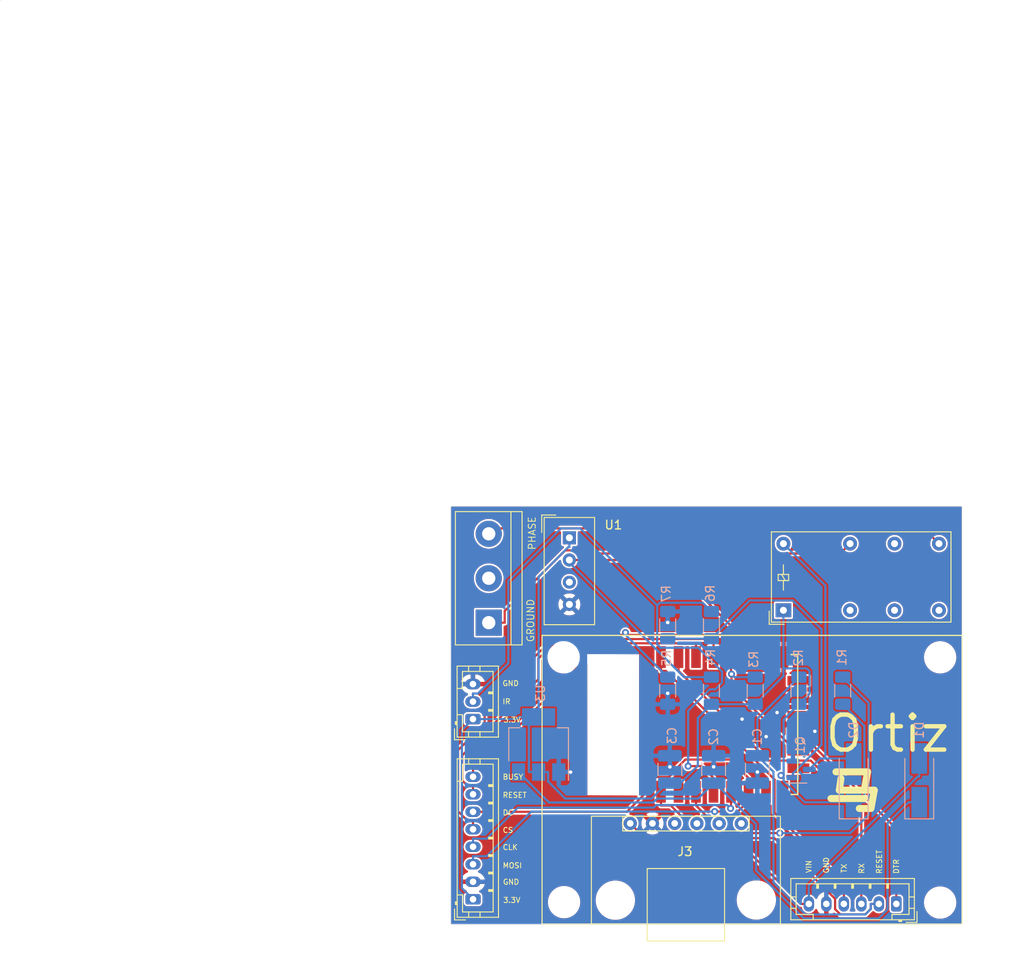
<source format=kicad_pcb>
(kicad_pcb (version 20221018) (generator pcbnew)
  (title_block (title "AC Controller") (date "2022-09-05") (rev "V1.0.0") (company "Pablo Ortiz"))
  (layers (0 "F.Cu" signal) (31 "B.Cu" signal) (34 "B.Paste" user) (35 "F.Paste" user) (36 "B.SilkS" user "B.Silkscreen") (37 "F.SilkS" user "F.Silkscreen") (38 "B.Mask" user) (39 "F.Mask" user) (44 "Edge.Cuts" user))
  (net 0 "")
  (net 1 "+3.3V")
  (net 2 "/GPIO12")
  (net 3 "GND")
  (net 4 "Net-(D2-A)")
  (net 5 "/REST")
  (net 6 "/GPIO0")
  (net 9 "Net-(Q1-B)")
  (net 15 "+5V")
  (net 16 "VBUS")
  (net 17 "/GPIO4")
  (net 18 "/GPIO5")
  (net 19 "/TX")
  (net 20 "/RX")
  (net 21 "/GPIO15")
  (net 22 "/GPIO2")
  (net 23 "/EN")
  (net 24 "/ADC")
  (net 25 "/GPIO16")
  (net 26 "/GPIO14")
  (net 27 "/GPIO13")
  (net 31 "Earth")
  (net 33 "AC")
  (footprint "Custom:1.54in" (layer "F.Cu") (at 126.8 115.3564)
    (fp_text reference "E-Ink Screen" hide)
    (fp_text value "1.54in")
    (pad "" np_thru_hole circle (at -21.4408 -14.6708) (size 3.2 3.2) (drill 3.2) (layers "F&B.Cu" "*.Mask"))
    (pad "" np_thru_hole circle (at -21.39 13.32) (size 3.2 3.2) (drill 3.2) (layers "F&B.Cu" "*.Mask"))
    (pad "" np_thru_hole circle (at 21.5868 -14.6708) (size 3.2 3.2) (drill 3.2) (layers "F&B.Cu" "*.Mask"))
    (pad "" np_thru_hole circle (at 21.5868 13.3708) (size 3.2 3.2) (drill 3.2) (layers "F&B.Cu" "*.Mask"))
  )
  (footprint "Relay_THT:Relay_DPDT_Finder_30.22" (layer "F.Cu") (at 130.4725 95.3075)
    (fp_text reference "K1" hide)
    (fp_text value "FINDER-30.22" hide)
    (pad "11" thru_hole circle (at 7.62 0 90) (size 1.6 1.6) (drill 0.8) (layers "*.Cu" "*.Mask"))
    (pad "12" thru_hole circle (at 12.7 0 90) (size 1.6 1.6) (drill 0.8) (layers "*.Cu" "*.Mask"))
    (pad "14" thru_hole circle (at 17.78 0 90) (size 1.6 1.6) (drill 0.8) (layers "*.Cu" "*.Mask"))
    (pad "21" thru_hole circle (at 7.62 -7.62 90) (size 1.6 1.6) (drill 0.8) (layers "*.Cu" "*.Mask") (net 31 "Earth"))
    (pad "22" thru_hole circle (at 12.7 -7.62 90) (size 1.6 1.6) (drill 0.8) (layers "*.Cu" "*.Mask"))
    (pad "24" thru_hole circle (at 17.78 -7.62 180) (size 1.6 1.6) (drill 0.8) (layers "*.Cu" "*.Mask") (net 33 "AC"))
    (pad "A1" thru_hole rect (at 0 0 90) (size 1.6 1.8) (drill 0.8) (layers "*.Cu" "*.Mask") (net 1 "+3.3V"))
    (pad "A2" thru_hole circle (at 0 -7.62 90) (size 1.6 1.6) (drill 0.8) (layers "*.Cu" "*.Mask") (net 4 "Net-(D2-A)"))
  )
  (footprint "AA_Footprints:ESP-12E_SMD" (layer "F.Cu") (at 116.4863 115.3564 90)
    (fp_text reference "U2" hide)
    (fp_text value "ESP-12F" hide)
    (pad "1" smd rect (at 0 0 90) (size 2.5 1.1) (drill (offset -0.7 0)) (layers "F.Cu" "F.Paste" "F.Mask") (net 5 "/REST"))
    (pad "2" smd rect (at 0 2 90) (size 2.5 1.1) (drill (offset -0.7 0)) (layers "F.Cu" "F.Paste" "F.Mask") (net 24 "/ADC"))
    (pad "3" smd rect (at 0 4 90) (size 2.5 1.1) (drill (offset -0.7 0)) (layers "F.Cu" "F.Paste" "F.Mask") (net 23 "/EN"))
    (pad "4" smd rect (at 0 6 90) (size 2.5 1.1) (drill (offset -0.7 0)) (layers "F.Cu" "F.Paste" "F.Mask") (net 25 "/GPIO16"))
    (pad "5" smd rect (at 0 8 90) (size 2.5 1.1) (drill (offset -0.7 0)) (layers "F.Cu" "F.Paste" "F.Mask") (net 26 "/GPIO14"))
    (pad "6" smd rect (at 0 10 90) (size 2.5 1.1) (drill (offset -0.7 0)) (layers "F.Cu" "F.Paste" "F.Mask") (net 2 "/GPIO12"))
    (pad "7" smd rect (at 0 12 90) (size 2.5 1.1) (drill (offset -0.7 0)) (layers "F.Cu" "F.Paste" "F.Mask") (net 27 "/GPIO13"))
    (pad "8" smd rect (at 0 14 90) (size 2.5 1.1) (drill (offset -0.7 0)) (layers "F.Cu" "F.Paste" "F.Mask") (net 1 "+3.3V"))
    (pad "9" smd rect (at 14 14 90) (size 2.5 1.1) (drill (offset 0.7 0)) (layers "F.Cu" "F.Paste" "F.Mask") (net 3 "GND"))
    (pad "10" smd rect (at 14 12 90) (size 2.5 1.1) (drill (offset 0.7 0)) (layers "F.Cu" "F.Paste" "F.Mask") (net 21 "/GPIO15"))
    (pad "11" smd rect (at 14 10 90) (size 2.5 1.1) (drill (offset 0.7 0)) (layers "F.Cu" "F.Paste" "F.Mask") (net 22 "/GPIO2"))
    (pad "12" smd rect (at 14 8 90) (size 2.5 1.1) (drill (offset 0.7 0)) (layers "F.Cu" "F.Paste" "F.Mask") (net 6 "/GPIO0"))
    (pad "13" smd rect (at 14 6 90) (size 2.5 1.1) (drill (offset 0.7 0)) (layers "F.Cu" "F.Paste" "F.Mask") (net 17 "/GPIO4"))
    (pad "14" smd rect (at 14 4 90) (size 2.5 1.1) (drill (offset 0.7 0)) (layers "F.Cu" "F.Paste" "F.Mask") (net 18 "/GPIO5"))
    (pad "15" smd rect (at 14 2 90) (size 2.5 1.1) (drill (offset 0.7 0)) (layers "F.Cu" "F.Paste" "F.Mask") (net 20 "/RX"))
    (pad "16" smd rect (at 14 0 90) (size 2.5 1.1) (drill (offset 0.7 0)) (layers "F.Cu" "F.Paste" "F.Mask") (net 19 "/TX"))
    (pad "17" smd rect (at 1.99 15 180) (size 2.5 1.1) (drill (offset -0.7 0)) (layers "F.Cu" "F.Paste" "F.Mask"))
    (pad "18" smd rect (at 3.99 15 180) (size 2.5 1.1) (drill (offset -0.7 0)) (layers "F.Cu" "F.Paste" "F.Mask"))
    (pad "19" smd rect (at 5.99 15 180) (size 2.5 1.1) (drill (offset -0.7 0)) (layers "F.Cu" "F.Paste" "F.Mask"))
    (pad "20" smd rect (at 7.99 15 180) (size 2.5 1.1) (drill (offset -0.7 0)) (layers "F.Cu" "F.Paste" "F.Mask"))
    (pad "21" smd rect (at 9.99 15 180) (size 2.5 1.1) (drill (offset -0.7 0)) (layers "F.Cu" "F.Paste" "F.Mask"))
    (pad "22" smd rect (at 11.99 15 180) (size 2.5 1.1) (drill (offset -0.7 0)) (layers "F.Cu" "F.Paste" "F.Mask"))
  )
  (footprint "Custom:USB-C Breakout" (layer "F.Cu") (at 122.9092 125.744 90)
    (fp_text reference "J3" (at 2.8448 -3.6824 unlocked) (layer "F.SilkS"))
    (fp_text value "UCB-C Breakout" hide)
    (pad "" np_thru_hole circle (at -2.71 -11.64 90) (size 4 4) (drill 4) (layers "*.Mask" "F.Cu" "In1.Cu" "B.Cu"))
    (pad "" np_thru_hole circle (at -2.69 4.47 90) (size 4 4) (drill 4) (layers "*.Mask" "F.Cu" "In1.Cu" "B.Cu"))
    (pad "1" thru_hole circle (at 6.06 2.76 90) (size 1.524 1.524) (drill 0.762) (layers "*.Cu" "*.Mask"))
    (pad "2" thru_hole circle (at 6.06 0.22 90) (size 1.524 1.524) (drill 0.762) (layers "*.Cu" "*.Mask"))
    (pad "3" thru_hole circle (at 6.06 -2.32 90) (size 1.524 1.524) (drill 0.762) (layers "*.Cu" "*.Mask"))
    (pad "4" thru_hole circle (at 6.07 -4.86 90) (size 1.524 1.524) (drill 0.762) (layers "*.Cu" "*.Mask"))
    (pad "5" thru_hole circle (at 6.07 -7.4 90) (size 1.524 1.524) (drill 0.762) (layers "*.Cu" "*.Mask") (net 3 "GND"))
    (pad "6" thru_hole circle (at 6.07 -9.94 90) (size 1.524 1.524) (drill 0.762) (layers "*.Cu" "*.Mask") (net 16 "VBUS"))
  )
  (footprint "TerminalBlock:TerminalBlock_bornier-3_P5.08mm" (layer "F.Cu") (at 96.7994 96.7232 90)
    (fp_text reference "J5" hide)
    (fp_text value "Heater Phase")
    (fp_text user "GROUND" (at -2.2768 5.2506 90 unlocked) (layer "F.SilkS") (effects (font (size 0.8 0.8) (thickness 0.1)) (justify left bottom)))
    (fp_text user "PHASE" (at 8.26 5.42 90 unlocked) (layer "F.SilkS") (effects (font (size 0.8 0.8) (thickness 0.1)) (justify left bottom)))
    (pad "1" thru_hole rect (at 0 0 90) (size 3 3) (drill 1.52) (layers "*.Cu" "*.Mask") (net 31 "Earth"))
    (pad "2" thru_hole circle (at 5.08 0 90) (size 3 3) (drill 1.52) (layers "*.Cu" "*.Mask"))
    (pad "3" thru_hole circle (at 10.16 0 90) (size 3 3) (drill 1.52) (layers "*.Cu" "*.Mask") (net 33 "AC"))
  )
  (footprint "Connector_JST:JST_PH_B8B-PH-K_1x08_P2.00mm_Vertical" (layer "F.Cu") (at 95.0048 128.3462 90)
    (fp_text reference "J1" hide)
    (fp_text value "E-Paper")
    (fp_text user "DC" (at 9.5504 3.344 unlocked) (layer "F.SilkS") (effects (font (size 0.6 0.6) (thickness 0.1)) (justify left bottom)))
    (fp_text user "MOSI" (at 3.5052 3.344 unlocked) (layer "F.SilkS") (effects (font (size 0.6 0.6) (thickness 0.1)) (justify left bottom)))
    (fp_text user "CS" (at 7.5438 3.344 unlocked) (layer "F.SilkS") (effects (font (size 0.6 0.6) (thickness 0.1)) (justify left bottom)))
    (fp_text user "3.3V" (at -0.4572 3.3948 unlocked) (layer "F.SilkS") (effects (font (size 0.6 0.6) (thickness 0.1)) (justify left bottom)))
    (fp_text user "RESET\n" (at 11.557 3.344 unlocked) (layer "F.SilkS") (effects (font (size 0.6 0.6) (thickness 0.1)) (justify left bottom)))
    (fp_text user "GND" (at 1.6256 3.3694 unlocked) (layer "F.SilkS") (effects (font (size 0.6 0.6) (thickness 0.1)) (justify left bottom)))
    (fp_text user "BUSY\n" (at 13.6398 3.344 unlocked) (layer "F.SilkS") (effects (font (size 0.6 0.6) (thickness 0.1)) (justify left bottom)))
    (fp_text user "CLK" (at 5.588 3.344 unlocked) (layer "F.SilkS") (effects (font (size 0.6 0.6) (thickness 0.1)) (justify left bottom)))
    (pad "1" thru_hole roundrect (at 0 0 90) (size 1.2 1.75) (drill 0.75) (layers "*.Cu" "*.Mask") (roundrect_rratio 0.2083333333) (net 1 "+3.3V"))
    (pad "2" thru_hole oval (at 2 0 90) (size 1.2 1.75) (drill 0.75) (layers "*.Cu" "*.Mask") (net 3 "GND"))
    (pad "3" thru_hole oval (at 4 0 90) (size 1.2 1.75) (drill 0.75) (layers "*.Cu" "*.Mask") (net 27 "/GPIO13"))
    (pad "4" thru_hole oval (at 6 0 90) (size 1.2 1.75) (drill 0.75) (layers "*.Cu" "*.Mask") (net 26 "/GPIO14"))
    (pad "5" thru_hole oval (at 8 0 90) (size 1.2 1.75) (drill 0.75) (layers "*.Cu" "*.Mask") (net 21 "/GPIO15"))
    (pad "6" thru_hole oval (at 10 0 90) (size 1.2 1.75) (drill 0.75) (layers "*.Cu" "*.Mask") (net 2 "/GPIO12"))
    (pad "7" thru_hole oval (at 12 0 90) (size 1.2 1.75) (drill 0.75) (layers "*.Cu" "*.Mask") (net 17 "/GPIO4"))
    (pad "8" thru_hole oval (at 14 0 90) (size 1.2 1.75) (drill 0.75) (layers "*.Cu" "*.Mask") (net 18 "/GPIO5"))
  )
  (footprint "Connector_JST:JST_PH_B6B-PH-K_1x06_P2.00mm_Vertical" (layer "F.Cu") (at 143.3792 128.8796 180)
    (fp_text reference "J4" hide)
    (fp_text value "Serial Terminals" hide)
    (fp_text user "DTR" (at -0.348 3.3898 90 unlocked) (layer "F.SilkS") (effects (font (size 0.6 0.6) (thickness 0.1)) (justify left bottom)))
    (fp_text user "TX" (at 5.622 3.4798 90 unlocked) (layer "F.SilkS") (effects (font (size 0.6 0.6) (thickness 0.1)) (justify left bottom)))
    (fp_text user "RESET" (at 1.602 3.3898 90 unlocked) (layer "F.SilkS") (effects (font (size 0.6 0.6) (thickness 0.1)) (justify left bottom)))
    (fp_text user "GND" (at 7.652 3.4398 90 unlocked) (layer "F.SilkS") (effects (font (size 0.6 0.6) (thickness 0.1)) (justify left bottom)))
    (fp_text user "RX" (at 3.612 3.3998 90 unlocked) (layer "F.SilkS") (effects (font (size 0.6 0.6) (thickness 0.1)) (justify left bottom)))
    (fp_text user "VIN" (at 9.652 3.4798 90 unlocked) (layer "F.SilkS") (effects (font (size 0.6 0.6) (thickness 0.1)) (justify left bottom)))
    (pad "1" thru_hole roundrect (at 0 0 180) (size 1.2 1.75) (drill 0.75) (layers "*.Cu" "*.Mask") (roundrect_rratio 0.2083333333) (net 6 "/GPIO0"))
    (pad "2" thru_hole oval (at 2 0 180) (size 1.2 1.75) (drill 0.75) (layers "*.Cu" "*.Mask") (net 5 "/REST"))
    (pad "3" thru_hole oval (at 4 0 180) (size 1.2 1.75) (drill 0.75) (layers "*.Cu" "*.Mask") (net 20 "/RX"))
    (pad "4" thru_hole oval (at 6 0 180) (size 1.2 1.75) (drill 0.75) (layers "*.Cu" "*.Mask") (net 19 "/TX"))
    (pad "5" thru_hole oval (at 8 0 180) (size 1.2 1.75) (drill 0.75) (layers "*.Cu" "*.Mask") (net 3 "GND"))
    (pad "6" thru_hole oval (at 10 0 180) (size 1.2 1.75) (drill 0.75) (layers "*.Cu" "*.Mask") (net 16 "VBUS"))
  )
  (footprint "Connector_JST:JST_PH_B3B-PH-K_1x03_P2.00mm_Vertical" (layer "F.Cu") (at 94.996 107.7468 90)
    (fp_text reference "J2" hide)
    (fp_text value "IR Emitter")
    (fp_text user "IR" (at 1.651 3.3274 unlocked) (layer "F.SilkS") (effects (font (size 0.6 0.6) (thickness 0.1)) (justify left bottom)))
    (fp_text user "3.3V" (at -0.4318 3.429 unlocked) (layer "F.SilkS") (effects (font (size 0.6 0.6) (thickness 0.1)) (justify left bottom)))
    (fp_text user "GND" (at 3.7338 3.3274 unlocked) (layer "F.SilkS") (effects (font (size 0.6 0.6) (thickness 0.1)) (justify left bottom)))
    (pad "1" thru_hole roundrect (at 0 0 90) (size 1.2 1.75) (drill 0.75) (layers "*.Cu" "*.Mask") (roundrect_rratio 0.2083333333) (net 1 "+3.3V"))
    (pad "2" thru_hole oval (at 2 0 90) (size 1.2 1.75) (drill 0.75) (layers "*.Cu" "*.Mask") (net 25 "/GPIO16"))
    (pad "3" thru_hole oval (at 4 0 90) (size 1.2 1.75) (drill 0.75) (layers "*.Cu" "*.Mask") (net 3 "GND"))
  )
  (footprint "Sensor:Aosong_DHT11_5.5x12.0_P2.54mm" (layer "F.Cu") (at 106.0155 87.0163)
    (fp_text reference "U1" (at 5.0333 -1.4691 180) (layer "F.SilkS"))
    (fp_text value "DHT11")
    (pad "1" thru_hole rect (at 0 0) (size 1.5 1.5) (drill 0.8) (layers "*.Cu" "*.Mask") (net 1 "+3.3V"))
    (pad "2" thru_hole circle (at 0 2.54) (size 1.5 1.5) (drill 0.8) (layers "*.Cu" "*.Mask") (net 22 "/GPIO2"))
    (pad "3" thru_hole circle (at 0 5.08) (size 1.5 1.5) (drill 0.8) (layers "*.Cu" "*.Mask"))
    (pad "4" thru_hole circle (at 0 7.62) (size 1.5 1.5) (drill 0.8) (layers "*.Cu" "*.Mask") (net 3 "GND"))
  )
  (footprint "Capacitor_SMD:C_1210_3225Metric_Pad1.33x2.70mm_HandSolder" (layer "B.Cu") (at 117.5 113.5 90)
    (fp_text reference "C3" (at 3.86 0.25 90) (layer "B.SilkS") (effects (justify mirror)))
    (fp_text value "10uF" hide)
    (pad "1" smd roundrect (at -1.5625 0 90) (size 1.325 2.7) (layers "B.Cu" "B.Paste" "B.Mask") (roundrect_rratio 0.1886792453) (net 1 "+3.3V"))
    (pad "2" smd roundrect (at 1.5625 0 90) (size 1.325 2.7) (layers "B.Cu" "B.Paste" "B.Mask") (roundrect_rratio 0.1886792453) (net 3 "GND"))
  )
  (footprint "Package_TO_SOT_SMD:SOT-223-3_TabPin2" (layer "B.Cu") (at 102.5 110.65 90)
    (fp_text reference "U3" (at 5.85 0.21 90) (layer "B.SilkS") (effects (justify mirror)))
    (fp_text value "AMS1117-3.3" hide)
    (pad "1" smd rect (at -3.15 2.3 90) (size 2 1.5) (layers "B.Cu" "B.Paste" "B.Mask") (net 3 "GND"))
    (pad "2" smd rect (at -3.15 0 90) (size 2 1.5) (layers "B.Cu" "B.Paste" "B.Mask") (net 1 "+3.3V"))
    (pad "2" smd rect (at 3.15 0 90) (size 2 3.8) (layers "B.Cu" "B.Paste" "B.Mask") (net 1 "+3.3V"))
    (pad "3" smd rect (at -3.15 -2.3 90) (size 2 1.5) (layers "B.Cu" "B.Paste" "B.Mask") (net 15 "+5V"))
  )
  (footprint "Capacitor_SMD:C_1210_3225Metric_Pad1.33x2.70mm_HandSolder" (layer "B.Cu") (at 127.5 113.5 -90)
    (fp_text reference "C1" (at -3.74 0.01 90) (layer "B.SilkS") (effects (justify mirror)))
    (fp_text value "100nF" hide)
    (pad "1" smd roundrect (at -1.5625 0 270) (size 1.325 2.7) (layers "B.Cu" "B.Paste" "B.Mask") (roundrect_rratio 0.1886792453) (net 5 "/REST"))
    (pad "2" smd roundrect (at 1.5625 0 270) (size 1.325 2.7) (layers "B.Cu" "B.Paste" "B.Mask") (roundrect_rratio 0.1886792453) (net 3 "GND"))
  )
  (footprint "Diode_SMD:D_SMA_Handsoldering" (layer "B.Cu") (at 146 114.75 90)
    (fp_text reference "D1" (at 5.75 0 90) (layer "B.SilkS") (effects (justify mirror)))
    (fp_text value "1N4007" hide)
    (pad "1" smd rect (at -2.5 0 90) (size 3.5 1.8) (layers "B.Cu" "B.Paste" "B.Mask") (net 15 "+5V"))
    (pad "2" smd rect (at 2.5 0 90) (size 3.5 1.8) (layers "B.Cu" "B.Paste" "B.Mask") (net 16 "VBUS"))
  )
  (footprint "Resistor_SMD:R_1206_3216Metric_Pad1.30x1.75mm_HandSolder" (layer "B.Cu") (at 132.25 104.5 90)
    (fp_text reference "R2" (at 3.76 -0.06 90) (layer "B.SilkS") (effects (justify mirror)))
    (fp_text value "10K" hide)
    (pad "1" smd roundrect (at -1.55 0 90) (size 1.3 1.75) (layers "B.Cu" "B.Paste" "B.Mask") (roundrect_rratio 0.1923076923) (net 1 "+3.3V"))
    (pad "2" smd roundrect (at 1.55 0 90) (size 1.3 1.75) (layers "B.Cu" "B.Paste" "B.Mask") (roundrect_rratio 0.1923076923) (net 5 "/REST"))
  )
  (footprint "Resistor_SMD:R_1206_3216Metric_Pad1.30x1.75mm_HandSolder" (layer "B.Cu") (at 127.25 104.5 90)
    (fp_text reference "R3" (at 3.58 -0.17 90) (layer "B.SilkS") (effects (justify mirror)))
    (fp_text value "10K" hide)
    (pad "1" smd roundrect (at -1.55 0 90) (size 1.3 1.75) (layers "B.Cu" "B.Paste" "B.Mask") (roundrect_rratio 0.1923076923) (net 1 "+3.3V"))
    (pad "2" smd roundrect (at 1.55 0 90) (size 1.3 1.75) (layers "B.Cu" "B.Paste" "B.Mask") (roundrect_rratio 0.1923076923) (net 6 "/GPIO0"))
  )
  (footprint "Package_TO_SOT_SMD:SOT-23" (layer "B.Cu") (at 132.5 113.5)
    (fp_text reference "Q1" (at -0.1 -2.79 90) (layer "B.SilkS") (effects (justify mirror)))
    (fp_text value "BC547" hide)
    (pad "1" smd roundrect (at -0.9375 0.95) (size 1.475 0.6) (layers "B.Cu" "B.Paste" "B.Mask") (net 9 "Net-(Q1-B)"))
    (pad "2" smd roundrect (at -0.9375 -0.95) (size 1.475 0.6) (layers "B.Cu" "B.Paste" "B.Mask") (net 3 "GND"))
    (pad "3" smd roundrect (at 0.9375 0) (size 1.475 0.6) (layers "B.Cu" "B.Paste" "B.Mask") (net 4 "Net-(D2-A)"))
  )
  (footprint "Resistor_SMD:R_1206_3216Metric_Pad1.30x1.75mm_HandSolder" (layer "B.Cu") (at 137.25 104.5 90)
    (fp_text reference "R1" (at 3.8 -0.09 90) (layer "B.SilkS") (effects (justify mirror)))
    (fp_text value "10K" hide)
    (pad "1" smd roundrect (at -1.55 0 90) (size 1.3 1.75) (layers "B.Cu" "B.Paste" "B.Mask") (roundrect_rratio 0.1923076923) (net 1 "+3.3V"))
    (pad "2" smd roundrect (at 1.55 0 90) (size 1.3 1.75) (layers "B.Cu" "B.Paste" "B.Mask") (roundrect_rratio 0.1923076923) (net 23 "/EN"))
  )
  (footprint "Resistor_SMD:R_1206_3216Metric_Pad1.30x1.75mm_HandSolder" (layer "B.Cu") (at 122.25 97 90)
    (fp_text reference "R6" (at 3.63 -0.13 90) (layer "B.SilkS") (effects (justify mirror)))
    (fp_text value "1K" hide)
    (pad "1" smd roundrect (at -1.55 0 90) (size 1.3 1.75) (layers "B.Cu" "B.Paste" "B.Mask") (roundrect_rratio 0.1923076923) (net 9 "Net-(Q1-B)"))
    (pad "2" smd roundrect (at 1.55 0 90) (size 1.3 1.75) (layers "B.Cu" "B.Paste" "B.Mask") (roundrect_rratio 0.1923076923) (net 25 "/GPIO16"))
  )
  (footprint "Diode_SMD:D_SMA_Handsoldering" (layer "B.Cu") (at 138.5 114.75 90)
    (fp_text reference "D2" (at 5.75 0 90) (layer "B.SilkS") (effects (justify mirror)))
    (fp_text value "1N4007" hide)
    (pad "1" smd rect (at -2.5 0 90) (size 3.5 1.8) (layers "B.Cu" "B.Paste" "B.Mask") (net 1 "+3.3V"))
    (pad "2" smd rect (at 2.5 0 90) (size 3.5 1.8) (layers "B.Cu" "B.Paste" "B.Mask") (net 4 "Net-(D2-A)"))
  )
  (footprint "Resistor_SMD:R_1206_3216Metric_Pad1.30x1.75mm_HandSolder" (layer "B.Cu") (at 117.25 97 -90)
    (fp_text reference "R7" (at -3.59 0.17 90) (layer "B.SilkS") (effects (justify mirror)))
    (fp_text value "10K" hide)
    (pad "1" smd roundrect (at -1.55 0 270) (size 1.3 1.75) (layers "B.Cu" "B.Paste" "B.Mask") (roundrect_rratio 0.1923076923) (net 3 "GND"))
    (pad "2" smd roundrect (at 1.55 0 270) (size 1.3 1.75) (layers "B.Cu" "B.Paste" "B.Mask") (roundrect_rratio 0.1923076923) (net 9 "Net-(Q1-B)"))
  )
  (footprint "Resistor_SMD:R_1206_3216Metric_Pad1.30x1.75mm_HandSolder" (layer "B.Cu") (at 122.25 104.5 90)
    (fp_text reference "R4" (at 3.8 -0.09 90) (layer "B.SilkS") (effects (justify mirror)))
    (fp_text value "10K" hide)
    (pad "1" smd roundrect (at -1.55 0 90) (size 1.3 1.75) (layers "B.Cu" "B.Paste" "B.Mask") (roundrect_rratio 0.1923076923) (net 1 "+3.3V"))
    (pad "2" smd roundrect (at 1.55 0 90) (size 1.3 1.75) (layers "B.Cu" "B.Paste" "B.Mask") (roundrect_rratio 0.1923076923) (net 22 "/GPIO2"))
  )
  (footprint "Resistor_SMD:R_1206_3216Metric_Pad1.30x1.75mm_HandSolder" (layer "B.Cu") (at 117.25 104.5 90)
    (fp_text reference "R5" (at 3.71 -0.13 90) (layer "B.SilkS") (effects (justify mirror)))
    (fp_text value "10K" hide)
    (pad "1" smd roundrect (at -1.55 0 90) (size 1.3 1.75) (layers "B.Cu" "B.Paste" "B.Mask") (roundrect_rratio 0.1923076923) (net 3 "GND"))
    (pad "2" smd roundrect (at 1.55 0 90) (size 1.3 1.75) (layers "B.Cu" "B.Paste" "B.Mask") (roundrect_rratio 0.1923076923) (net 21 "/GPIO15"))
  )
  (footprint "Capacitor_SMD:C_1210_3225Metric_Pad1.33x2.70mm_HandSolder" (layer "B.Cu") (at 122.5 113.5 90)
    (fp_text reference "C2" (at 3.73 -0.01 90) (layer "B.SilkS") (effects (justify mirror)))
    (fp_text value "10uF" hide)
    (pad "1" smd roundrect (at -1.5625 0 90) (size 1.325 2.7) (layers "B.Cu" "B.Paste" "B.Mask") (roundrect_rratio 0.1886792453) (net 15 "+5V"))
    (pad "2" smd roundrect (at 1.5625 0 90) (size 1.325 2.7) (layers "B.Cu" "B.Paste" "B.Mask") (roundrect_rratio 0.1886792453) (net 3 "GND"))
  )
  (gr_rect (start 40.9746 25.5546) (end 41 25.58) (stroke (width 0.05)) (fill none) (layer "Edge.Cuts"))
  (gr_rect (start 92.475 83.425) (end 150.875 131.2) (stroke (width 0.05)) (fill none) (layer "Edge.Cuts"))
  (gr_text "Ortiz" (at 135 111.75) (layer "F.SilkS") (effects (font (size 4 4) (thickness 0.5)) (justify left bottom)))
  (gr_text "马" (at 135 118.5) (layer "F.SilkS") (effects (font (size 4 4) (thickness 0.8) bold) (justify left bottom)))
  (segment (start 130.1923 114.1873) (end 130.4863 114.4813) (width 0.25) (layer "F.Cu") (net 1))
  (segment (start 130.4863 115.3564) (end 130.4863 114.4813) (width 0.25) (layer "F.Cu") (net 1))
  (via (at 130.1923 114.1873) (size 0.8) (drill 0.4) (layers "F.Cu" "B.Cu") (net 1))
  (segment (start 100.0281 107.7468) (end 100.2749 107.5) (width 0.25) (layer "B.Cu") (net 1))
  (segment (start 106.0155 87.0163) (end 106.0155 88.0914) (width 0.25) (layer "B.Cu") (net 1))
  (segment (start 94.996 107.7468) (end 100.0281 107.7468) (width 0.25) (layer "B.Cu") (net 1))
  (segment (start 138.5 117.25) (end 139.7251 117.25) (width 0.25) (layer "B.Cu") (net 1))
  (segment (start 101.3875 113.7626) (end 101.4249 113.8) (width 0.25) (layer "B.Cu") (net 1))
  (segment (start 102.5 91.4725) (end 105.8811 88.0914) (width 0.25) (layer "B.Cu") (net 1))
  (segment (start 115.4182 116.8279) (end 105.5279 116.8279) (width 0.25) (layer "B.Cu") (net 1))
  (segment (start 118.7116 115.0625) (end 117.5 115.0625) (width 0.25) (layer "B.Cu") (net 1))
  (segment (start 93.734 109.0088) (end 93.734 127.0754) (width 0.25) (layer "B.Cu") (net 1))
  (segment (start 93.734 127.0754) (end 95.0048 128.3462) (width 0.25) (layer "B.Cu") (net 1))
  (segment (start 122.25 106.05) (end 127.25 106.05) (width 0.25) (layer "B.Cu") (net 1))
  (segment (start 117.5 115.0625) (end 117.1836 115.0625) (width 0.25) (layer "B.Cu") (net 1))
  (segment (start 137.25 106.05) (end 139.7251 108.5251) (width 0.25) (layer "B.Cu") (net 1))
  (segment (start 103.5751 114.8751) (end 103.5751 113.8) (width 0.25) (layer "B.Cu") (net 1))
  (segment (start 102.5 107.5) (end 102.5 91.4725) (width 0.25) (layer "B.Cu") (net 1))
  (segment (start 130.4991 114.1873) (end 130.4991 107.8009) (width 0.25) (layer "B.Cu") (net 1))
  (segment (start 101.3875 107.5) (end 101.3875 113.7626) (width 0.25) (layer "B.Cu") (net 1))
  (segment (start 130.4991 114.1873) (end 130.1923 114.1873) (width 0.25) (layer "B.Cu") (net 1))
  (segment (start 120.6952 113.0789) (end 118.7116 115.0625) (width 0.25) (layer "B.Cu") (net 1))
  (segment (start 102.5 113.8) (end 103.5751 113.8) (width 0.25) (layer "B.Cu") (net 1))
  (segment (start 133.4638 104.8362) (end 133.4638 102.2756) (width 0.25) (layer "B.Cu") (net 1))
  (segment (start 132.25 106.05) (end 133.4638 104.8362) (width 0.25) (layer "B.Cu") (net 1))
  (segment (start 105.8811 88.0914) (end 106.0155 88.0914) (width 0.25) (layer "B.Cu") (net 1))
  (segment (start 130.4991 107.8009) (end 132.25 106.05) (width 0.25) (layer "B.Cu") (net 1))
  (segment (start 120.6952 107.6048) (end 120.6952 113.0789) (width 0.25) (layer "B.Cu") (net 1))
  (segment (start 105.5279 116.8279) (end 103.5751 114.8751) (width 0.25) (layer "B.Cu") (net 1))
  (segment (start 94.996 107.7468) (end 93.734 109.0088) (width 0.25) (layer "B.Cu") (net 1))
  (segment (start 117.1836 115.0625) (end 115.4182 116.8279) (width 0.25) (layer "B.Cu") (net 1))
  (segment (start 130.4725 95.3075) (end 130.4725 96.4326) (width 0.25) (layer "B.Cu") (net 1))
  (segment (start 139.7251 108.5251) (end 139.7251 117.25) (width 0.25) (layer "B.Cu") (net 1))
  (segment (start 122.25 106.05) (end 120.6952 107.6048) (width 0.25) (layer "B.Cu") (net 1))
  (segment (start 101.3875 107.5) (end 100.2749 107.5) (width 0.25) (layer "B.Cu") (net 1))
  (segment (start 130.4991 114.849) (end 130.4991 114.1873) (width 0.25) (layer "B.Cu") (net 1))
  (segment (start 130.4725 102.8275) (end 127.25 106.05) (width 0.25) (layer "B.Cu") (net 1))
  (segment (start 133.1377 101.9495) (end 130.4725 101.9495) (width 0.25) (layer "B.Cu") (net 1))
  (segment (start 133.4638 102.2756) (end 133.1377 101.9495) (width 0.25) (layer "B.Cu") (net 1))
  (segment (start 130.4725 101.9495) (end 130.4725 96.4326) (width 0.25) (layer "B.Cu") (net 1))
  (segment (start 138.5 117.25) (end 132.9001 117.25) (width 0.25) (layer "B.Cu") (net 1))
  (segment (start 102.5 113.8) (end 101.4249 113.8) (width 0.25) (layer "B.Cu") (net 1))
  (segment (start 130.4725 101.9495) (end 130.4725 102.8275) (width 0.25) (layer "B.Cu") (net 1))
  (segment (start 132.9001 117.25) (end 130.4991 114.849) (width 0.25) (layer "B.Cu") (net 1))
  (segment (start 102.5 107.5) (end 101.3875 107.5) (width 0.25) (layer "B.Cu") (net 1))
  (segment (start 126.4863 115.3564) (end 126.4863 114.4813) (width 0.25) (layer "F.Cu") (net 2))
  (segment (start 118.3962 113.3695) (end 118.3962 113.2484) (width 0.25) (layer "F.Cu") (net 2))
  (segment (start 119.2735 112.3711) (end 124.3761 112.3711) (width 0.25) (layer "F.Cu") (net 2))
  (segment (start 117.4027 114.363) (end 118.3962 113.3695) (width 0.25) (layer "F.Cu") (net 2))
  (segment (start 118.3962 113.2484) (end 119.2735 112.3711) (width 0.25) (layer "F.Cu") (net 2))
  (segment (start 114.5211 115.7389) (end 115.897 114.363) (width 0.25) (layer "F.Cu") (net 2))
  (segment (start 124.3761 112.3711) (end 126.4863 114.4813) (width 0.25) (layer "F.Cu") (net 2))
  (segment (start 95.0048 118.3462) (end 112.5815 118.3462) (width 0.25) (layer "F.Cu") (net 2))
  (segment (start 115.897 114.363) (end 117.4027 114.363) (width 0.25) (layer "F.Cu") (net 2))
  (segment (start 112.5815 118.3462) (end 114.5211 116.4066) (width 0.25) (layer "F.Cu") (net 2))
  (segment (start 114.5211 116.4066) (end 114.5211 115.7389) (width 0.25) (layer "F.Cu") (net 2))
  (via (at 125.75 107.75) (size 0.8) (drill 0.4) (layers "F.Cu" "B.Cu") (net 3))
  (via (at 134.066 109.1413) (size 0.8) (drill 0.4) (layers "F.Cu" "B.Cu") (net 3))
  (via (at 117.25 104.7984) (size 0.8) (drill 0.4) (layers "F.Cu" "B.Cu") (net 3))
  (via (at 127.5 113.7964) (size 0.8) (drill 0.4) (layers "F.Cu" "B.Cu") (net 3))
  (via (at 117.5 113.2098) (size 0.8) (drill 0.4) (layers "F.Cu" "B.Cu") (net 3))
  (via (at 122.5 113.2028) (size 0.8) (drill 0.4) (layers "F.Cu" "B.Cu") (net 3))
  (via (at 128.5 109.75) (size 0.8) (drill 0.4) (layers "F.Cu" "B.Cu") (net 3))
  (via (at 106.153 113.8116) (size 0.8) (drill 0.4) (layers "F.Cu" "B.Cu") (net 3))
  (via (at 129.75 107) (size 0.8) (drill 0.4) (layers "F.Cu" "B.Cu") (net 3))
  (via (at 117.25 96.7041) (size 0.8) (drill 0.4) (layers "F.Cu" "B.Cu") (net 3))
  (segment (start 134.066 109.1413) (end 131.5625 111.6448) (width 0.25) (layer "B.Cu") (net 3))
  (segment (start 117.25 106.05) (end 117.25 104.7984) (width 0.25) (layer "B.Cu") (net 3))
  (segment (start 105.8867 113.8116) (end 105.8751 113.8) (width 0.25) (layer "B.Cu") (net 3))
  (segment (start 131.5625 111.6448) (end 131.5625 112.55) (width 0.25) (layer "B.Cu") (net 3))
  (segment (start 127.5 115.0625) (end 127.5 113.7964) (width 0.25) (layer "B.Cu") (net 3))
  (segment (start 117.5 111.9375) (end 117.5 113.2098) (width 0.25) (layer "B.Cu") (net 3))
  (segment (start 104.8 113.8) (end 105.8751 113.8) (width 0.25) (layer "B.Cu") (net 3))
  (segment (start 122.5 111.9375) (end 122.5 113.2028) (width 0.25) (layer "B.Cu") (net 3))
  (segment (start 106.153 113.8116) (end 105.8867 113.8116) (width 0.25) (layer "B.Cu") (net 3))
  (segment (start 117.25 96.7041) (end 117.25 95.45) (width 0.25) (layer "B.Cu") (net 3))
  (segment (start 135.2707 112.25) (end 134.6875 112.25) (width 0.25) (layer "B.Cu") (net 4))
  (segment (start 138.5 112.25) (end 135.2707 112.25) (width 0.25) (layer "B.Cu") (net 4))
  (segment (start 134.6875 112.25) (end 133.4375 113.5) (width 0.25) (layer "B.Cu") (net 4))
  (segment (start 135.2707 112.25) (end 135.2707 92.4857) (width 0.25) (layer "B.Cu") (net 4))
  (segment (start 135.2707 92.4857) (end 130.4725 87.6875) (width 0.25) (layer "B.Cu") (net 4))
  (segment (start 139.8288 130.0831) (end 136.9888 130.0831) (width 0.25) (layer "F.Cu") (net 5))
  (segment (start 117.5983 117.6315) (end 116.4863 117.6315) (width 0.25) (layer "F.Cu") (net 5))
  (segment (start 119.3242 119.3574) (end 117.5983 117.6315) (width 0.25) (layer "F.Cu") (net 5))
  (segment (start 140.4541 128.8796) (end 140.4541 129.4578) (width 0.25) (layer "F.Cu") (net 5))
  (segment (start 129.4403 121.3573) (end 120.7247 121.3573) (width 0.25) (layer "F.Cu") (net 5))
  (segment (start 136.9888 130.0831) (end 136.3792 129.4735) (width 0.25) (layer "F.Cu") (net 5))
  (segment (start 136.3792 129.4735) (end 136.3792 128.2962) (width 0.25) (layer "F.Cu") (net 5))
  (segment (start 136.3792 128.2962) (end 129.4403 121.3573) (width 0.25) (layer "F.Cu") (net 5))
  (segment (start 119.3242 119.9568) (end 119.3242 119.3574) (width 0.25) (layer "F.Cu") (net 5))
  (segment (start 116.4863 115.3564) (end 116.4863 117.6315) (width 0.25) (layer "F.Cu") (net 5))
  (segment (start 141.3792 128.8796) (end 140.4541 128.8796) (width 0.25) (layer "F.Cu") (net 5))
  (segment (start 140.4541 129.4578) (end 139.8288 130.0831) (width 0.25) (layer "F.Cu") (net 5))
  (segment (start 120.7247 121.3573) (end 119.3242 119.9568) (width 0.25) (layer "F.Cu") (net 5))
  (segment (start 129.3363 126.4207) (end 129.3363 113.7738) (width 0.25) (layer "B.Cu") (net 5))
  (segment (start 129.3363 113.7738) (end 127.5 111.9375) (width 0.25) (layer "B.Cu") (net 5))
  (segment (start 127.5 107.7) (end 127.5 111.9375) (width 0.25) (layer "B.Cu") (net 5))
  (segment (start 140.4541 128.8796) (end 140.4541 129.4557) (width 0.25) (layer "B.Cu") (net 5))
  (segment (start 132.9975 130.0819) (end 129.3363 126.4207) (width 0.25) (layer "B.Cu") (net 5))
  (segment (start 139.8279 130.0819) (end 132.9975 130.0819) (width 0.25) (layer "B.Cu") (net 5))
  (segment (start 140.4541 129.4557) (end 139.8279 130.0819) (width 0.25) (layer "B.Cu") (net 5))
  (segment (start 132.25 102.95) (end 127.5 107.7) (width 0.25) (layer "B.Cu") (net 5))
  (segment (start 141.3792 128.8796) (end 140.4541 128.8796) (width 0.25) (layer "B.Cu") (net 5))
  (segment (start 124.5402 102.6038) (end 124.4863 102.5499) (width 0.25) (layer "F.Cu") (net 6))
  (segment (start 124.4863 102.5499) (end 124.4863 101.3564) (width 0.25) (layer "F.Cu") (net 6))
  (segment (start 143.3792 128.8796) (end 143.3792 120.2867) (width 0.25) (layer "F.Cu") (net 6))
  (segment (start 130.9822 110.4912) (end 124.5402 104.0492) (width 0.25) (layer "F.Cu") (net 6))
  (segment (start 133.5837 110.4912) (end 130.9822 110.4912) (width 0.25) (layer "F.Cu") (net 6))
  (segment (start 143.3792 120.2867) (end 133.5837 110.4912) (width 0.25) (layer "F.Cu") (net 6))
  (segment (start 124.5402 104.0492) (end 124.5402 102.6038) (width 0.25) (layer "F.Cu") (net 6))
  (via (at 124.5402 102.6038) (size 0.8) (drill 0.4) (layers "F.Cu" "B.Cu") (net 6))
  (segment (start 127.25 102.95) (end 124.8864 102.95) (width 0.25) (layer "B.Cu") (net 6))
  (segment (start 124.8864 102.95) (end 124.5402 102.6038) (width 0.25) (layer "B.Cu") (net 6))
  (segment (start 131.5625 114.45) (end 131.5625 113.9625) (width 0.25) (layer "B.Cu") (net 9))
  (segment (start 131.5625 113.9625) (end 134.8206 110.7044) (width 0.25) (layer "B.Cu") (net 9))
  (segment (start 131.5428 94.1823) (end 126.6177 94.1823) (width 0.25) (layer "B.Cu") (net 9))
  (segment (start 134.8206 97.4601) (end 131.5428 94.1823) (width 0.25) (layer "B.Cu") (net 9))
  (segment (start 134.8206 110.7044) (end 134.8206 97.4601) (width 0.25) (layer "B.Cu") (net 9))
  (segment (start 117.25 98.55) (end 122.25 98.55) (width 0.25) (layer "B.Cu") (net 9))
  (segment (start 126.6177 94.1823) (end 122.25 98.55) (width 0.25) (layer "B.Cu") (net 9))
  (segment (start 142.3787 129.4983) (end 141.3429 130.5341) (width 0.25) (layer "B.Cu") (net 15))
  (segment (start 103.6804 117.2804) (end 100.2 113.8) (width 0.25) (layer "B.Cu") (net 15))
  (segment (start 127.3504 125.0715) (end 127.3504 119.755) (width 0.25) (layer "B.Cu") (net 15))
  (segment (start 122.5 115.0625) (end 120.7317 116.8308) (width 0.25) (layer "B.Cu") (net 15))
  (segment (start 122.6579 115.0625) (end 122.5 115.0625) (width 0.25) (layer "B.Cu") (net 15))
  (segment (start 115.6023 117.2804) (end 103.6804 117.2804) (width 0.25) (layer "B.Cu") (net 15))
  (segment (start 146 117.25) (end 144.7749 117.25) (width 0.25) (layer "B.Cu") (net 15))
  (segment (start 144.7749 117.25) (end 142.3787 119.6462) (width 0.25) (layer "B.Cu") (net 15))
  (segment (start 142.3787 119.6462) (end 142.3787 129.4983) (width 0.25) (layer "B.Cu") (net 15))
  (segment (start 132.813 130.5341) (end 127.3504 125.0715) (width 0.25) (layer "B.Cu") (net 15))
  (segment (start 116.0519 116.8308) (end 115.6023 117.2804) (width 0.25) (layer "B.Cu") (net 15))
  (segment (start 141.3429 130.5341) (end 132.813 130.5341) (width 0.25) (layer "B.Cu") (net 15))
  (segment (start 120.7317 116.8308) (end 116.0519 116.8308) (width 0.25) (layer "B.Cu") (net 15))
  (segment (start 127.3504 119.755) (end 122.6579 115.0625) (width 0.25) (layer "B.Cu") (net 15))
  (segment (start 112.9692 119.674) (end 115.7359 122.4407) (width 0.25) (layer "F.Cu") (net 16))
  (segment (start 126.0152 122.4407) (end 132.4541 128.8796) (width 0.25) (layer "F.Cu") (net 16))
  (segment (start 133.3792 128.8796) (end 132.4541 128.8796) (width 0.25) (layer "F.Cu") (net 16))
  (segment (start 115.7359 122.4407) (end 126.0152 122.4407) (width 0.25) (layer "F.Cu") (net 16))
  (segment (start 133.3792 126.7512) (end 133.3792 128.8796) (width 0.25) (layer "B.Cu") (net 16))
  (segment (start 146 112.25) (end 146 114.3251) (width 0.25) (layer "B.Cu") (net 16))
  (segment (start 145.8053 114.3251) (end 133.3792 126.7512) (width 0.25) (layer "B.Cu") (net 16))
  (segment (start 146 114.3251) (end 145.8053 114.3251) (width 0.25) (layer "B.Cu") (net 16))
  (segment (start 93.7683 111.8973) (end 102.4667 103.1989) (width 0.25) (layer "F.Cu") (net 17))
  (segment (start 122.4863 101.3564) (end 122.4863 99.0813) (width 0.25) (layer "F.Cu") (net 17))
  (segment (start 95.0048 116.3462) (end 95.0048 115.4211) (width 0.25) (layer "F.Cu") (net 17))
  (segment (start 122.0015 98.5965) (end 122.4863 99.0813) (width 0.25) (layer "F.Cu") (net 17))
  (segment (start 102.4667 100.841) (end 104.7112 98.5965) (width 0.25) (layer "F.Cu") (net 17))
  (segment (start 93.7683 114.7628) (end 93.7683 111.8973) (width 0.25) (layer "F.Cu") (net 17))
  (segment (start 104.7112 98.5965) (end 122.0015 98.5965) (width 0.25) (layer "F.Cu") (net 17))
  (segment (start 102.4667 103.1989) (end 102.4667 100.841) (width 0.25) (layer "F.Cu") (net 17))
  (segment (start 94.4266 115.4211) (end 93.7683 114.7628) (width 0.25) (layer "F.Cu") (net 17))
  (segment (start 95.0048 115.4211) (end 94.4266 115.4211) (width 0.25) (layer "F.Cu") (net 17))
  (segment (start 120.4863 101.3564) (end 120.4863 99.0813) (width 0.25) (layer "F.Cu") (net 18))
  (segment (start 108.7923 99.0813) (end 120.4863 99.0813) (width 0.25) (layer "F.Cu") (net 18))
  (segment (start 107.5439 100.3297) (end 108.7923 99.0813) (width 0.25) (layer "F.Cu") (net 18))
  (segment (start 95.0048 114.3462) (end 95.0048 113.4211) (width 0.25) (layer "F.Cu") (net 18))
  (segment (start 95.0048 113.4211) (end 95.3517 113.4211) (width 0.25) (layer "F.Cu") (net 18))
  (segment (start 95.3517 113.4211) (end 107.5439 101.2289) (width 0.25) (layer "F.Cu") (net 18))
  (segment (start 107.5439 101.2289) (end 107.5439 100.3297) (width 0.25) (layer "F.Cu") (net 18))
  (segment (start 116.4863 101.3564) (end 116.4863 102.2315) (width 0.25) (layer "F.Cu") (net 19))
  (segment (start 137.3792 128.8796) (end 137.3792 126.3741) (width 0.25) (layer "F.Cu") (net 19))
  (segment (start 129.4671 114.6654) (end 117.0332 102.2315) (width 0.25) (layer "F.Cu") (net 19))
  (segment (start 117.0332 102.2315) (end 116.4863 102.2315) (width 0.25) (layer "F.Cu") (net 19))
  (segment (start 129.4671 118.462) (end 129.4671 114.6654) (width 0.25) (layer "F.Cu") (net 19))
  (segment (start 137.3792 126.3741) (end 129.4671 118.462) (width 0.25) (layer "F.Cu") (net 19))
  (segment (start 118.4863 102.2315) (end 128.746 112.4912) (width 0.25) (layer "F.Cu") (net 20))
  (segment (start 139.3792 118.2762) (end 139.3792 128.8796) (width 0.25) (layer "F.Cu") (net 20))
  (segment (start 118.4863 101.3564) (end 118.4863 102.2315) (width 0.25) (layer "F.Cu") (net 20))
  (segment (start 133.5942 112.4912) (end 139.3792 118.2762) (width 0.25) (layer "F.Cu") (net 20))
  (segment (start 128.746 112.4912) (end 133.5942 112.4912) (width 0.25) (layer "F.Cu") (net 20))
  (segment (start 128.4863 102.2315) (end 125.7247 102.2315) (width 0.25) (layer "F.Cu") (net 21))
  (segment (start 112.4264 98.1256) (end 104.5438 98.1256) (width 0.25) (layer "F.Cu") (net 21))
  (segment (start 93.2993 111.2888) (end 93.2993 118.2917) (width 0.25) (layer "F.Cu") (net 21))
  (segment (start 124.2152 98.1256) (end 112.4264 98.1256) (width 0.25) (layer "F.Cu") (net 21))
  (segment (start 104.5438 98.1256) (end 96.3329 106.3365) (width 0.25) (layer "F.Cu") (net 21))
  (segment (start 125.5516 102.0584) (end 125.5516 99.462) (width 0.25) (layer "F.Cu") (net 21))
  (segment (start 128.4863 101.3564) (end 128.4863 102.2315) (width 0.25) (layer "F.Cu") (net 21))
  (segment (start 112.4264 97.852) (end 112.4264 98.1256) (width 0.25) (layer "F.Cu") (net 21))
  (segment (start 125.7247 102.2315) (end 125.5516 102.0584) (width 0.25) (layer "F.Cu") (net 21))
  (segment (start 96.3329 108.2552) (end 93.2993 111.2888) (width 0.25) (layer "F.Cu") (net 21))
  (segment (start 95.0048 120.3462) (end 95.0048 119.4211) (width 0.25) (layer "F.Cu") (net 21))
  (segment (start 96.3329 106.3365) (end 96.3329 108.2552) (width 0.25) (layer "F.Cu") (net 21))
  (segment (start 125.5516 99.462) (end 124.2152 98.1256) (width 0.25) (layer "F.Cu") (net 21))
  (segment (start 94.4287 119.4211) (end 95.0048 119.4211) (width 0.25) (layer "F.Cu") (net 21))
  (segment (start 93.2993 118.2917) (end 94.4287 119.4211) (width 0.25) (layer "F.Cu") (net 21))
  (via (at 112.4264 97.852) (size 0.8) (drill 0.4) (layers "F.Cu" "B.Cu") (net 21))
  (segment (start 117.25 102.95) (end 112.4264 98.1264) (width 0.25) (layer "B.Cu") (net 21))
  (segment (start 112.4264 98.1264) (end 112.4264 97.852) (width 0.25) (layer "B.Cu") (net 21))
  (segment (start 106.0155 89.5563) (end 116.9613 89.5563) (width 0.25) (layer "F.Cu") (net 22))
  (segment (start 116.9613 89.5563) (end 126.4863 99.0813) (width 0.25) (layer "F.Cu") (net 22))
  (segment (start 126.4863 101.3564) (end 126.4863 99.0813) (width 0.25) (layer "F.Cu") (net 22))
  (segment (start 119.1173 102.95) (end 106.0155 89.8482) (width 0.25) (layer "B.Cu") (net 22))
  (segment (start 106.0155 89.8482) (end 106.0155 89.5563) (width 0.25) (layer "B.Cu") (net 22))
  (segment (start 122.25 102.95) (end 119.1173 102.95) (width 0.25) (layer "B.Cu") (net 22))
  (segment (start 121.8989 119.0441) (end 121.8989 120.0284) (width 0.25) (layer "F.Cu") (net 23))
  (segment (start 121.8989 120.0284) (end 122.6509 120.7804) (width 0.25) (layer "F.Cu") (net 23))
  (segment (start 120.4863 115.3564) (end 120.4863 117.6315) (width 0.25) (layer "F.Cu") (net 23))
  (segment (start 120.4863 117.6315) (end 121.8989 119.0441) (width 0.25) (layer "F.Cu") (net 23))
  (segment (start 122.6509 120.7804) (end 130.0615 120.7804) (width 0.25) (layer "F.Cu") (net 23))
  (via (at 130.0615 120.7804) (size 0.8) (drill 0.4) (layers "F.Cu" "B.Cu") (net 23))
  (segment (start 138.1094 120.7804) (end 130.0615 120.7804) (width 0.25) (layer "B.Cu") (net 23))
  (segment (start 140.2169 105.9169) (end 140.2169 118.6729) (width 0.25) (layer "B.Cu") (net 23))
  (segment (start 137.25 102.95) (end 140.2169 105.9169) (width 0.25) (layer "B.Cu") (net 23))
  (segment (start 140.2169 118.6729) (end 138.1094 120.7804) (width 0.25) (layer "B.Cu") (net 23))
  (segment (start 122.4863 115.3564) (end 122.4863 114.4813) (width 0.25) (layer "F.Cu") (net 25))
  (segment (start 119.5857 113.1257) (end 121.1307 113.1257) (width 0.25) (layer "F.Cu") (net 25))
  (segment (start 121.1307 113.1257) (end 122.4863 114.4813) (width 0.25) (layer "F.Cu") (net 25))
  (via (at 119.5857 113.1257) (size 0.8) (drill 0.4) (layers "F.Cu" "B.Cu") (net 25))
  (segment (start 116.0488 94.7436) (end 107.2463 85.9411) (width 0.25) (layer "B.Cu") (net 25))
  (segment (start 119.5857 106.817) (end 122.062 104.3407) (width 0.25) (layer "B.Cu") (net 25))
  (segment (start 123.4593 103.5804) (end 123.4593 102.3148) (width 0.25) (layer "B.Cu") (net 25))
  (segment (start 95.5721 104.8217) (end 94.996 104.8217) (width 0.25) (layer "B.Cu") (net 25))
  (segment (start 122.25 95.45) (end 121.2461 94.4461) (width 0.25) (layer "B.Cu") (net 25))
  (segment (start 122.699 104.3407) (end 123.4593 103.5804) (width 0.25) (layer "B.Cu") (net 25))
  (segment (start 116.3463 94.4461) (end 116.0488 94.7436) (width 0.25) (layer "B.Cu") (net 25))
  (segment (start 119.5857 113.1257) (end 119.5857 106.817) (width 0.25) (layer "B.Cu") (net 25))
  (segment (start 122.062 104.3407) (end 122.699 104.3407) (width 0.25) (layer "B.Cu") (net 25))
  (segment (start 107.2463 85.9411) (end 105.0606 85.9411) (width 0.25) (layer "B.Cu") (net 25))
  (segment (start 116.4499 99.5927) (end 116.0488 99.1916) (width 0.25) (layer "B.Cu") (net 25))
  (segment (start 120.7372 99.5927) (end 116.4499 99.5927) (width 0.25) (layer "B.Cu") (net 25))
  (segment (start 99.0375 101.3563) (end 95.5721 104.8217) (width 0.25) (layer "B.Cu") (net 25))
  (segment (start 105.0606 85.9411) (end 99.0375 91.9642) (width 0.25) (layer "B.Cu") (net 25))
  (segment (start 116.0488 99.1916) (end 116.0488 94.7436) (width 0.25) (layer "B.Cu") (net 25))
  (segment (start 121.2461 94.4461) (end 116.3463 94.4461) (width 0.25) (layer "B.Cu") (net 25))
  (segment (start 94.996 105.7468) (end 94.996 104.8217) (width 0.25) (layer "B.Cu") (net 25))
  (segment (start 99.0375 91.9642) (end 99.0375 101.3563) (width 0.25) (layer "B.Cu") (net 25))
  (segment (start 123.4593 102.3148) (end 120.7372 99.5927) (width 0.25) (layer "B.Cu") (net 25))
  (segment (start 124.4365 117.6813) (end 124.4365 117.9654) (width 0.25) (layer "F.Cu") (net 26))
  (segment (start 124.4863 115.3564) (end 124.4863 117.6315) (width 0.25) (layer "F.Cu") (net 26))
  (segment (start 124.4863 117.6315) (end 124.4365 117.6813) (width 0.25) (layer "F.Cu") (net 26))
  (via (at 124.4365 117.9654) (size 0.8) (drill 0.4) (layers "F.Cu" "B.Cu") (net 26))
  (segment (start 95.0048 121.4211) (end 96.5664 121.4211) (width 0.25) (layer "B.Cu") (net 26))
  (segment (start 115.6529 117.8664) (end 115.9457 117.5736) (width 0.25) (layer "B.Cu") (net 26))
  (segment (start 124.0447 117.5736) (end 124.4365 117.9654) (width 0.25) (layer "B.Cu") (net 26))
  (segment (start 95.0048 122.3462) (end 95.0048 121.4211) (width 0.25) (layer "B.Cu") (net 26))
  (segment (start 96.5664 121.4211) (end 100.1211 117.8664) (width 0.25) (layer "B.Cu") (net 26))
  (segment (start 115.9457 117.5736) (end 124.0447 117.5736) (width 0.25) (layer "B.Cu") (net 26))
  (segment (start 100.1211 117.8664) (end 115.6529 117.8664) (width 0.25) (layer "B.Cu") (net 26))
  (segment (start 128.4863 115.3564) (end 128.4863 117.6315) (width 0.25) (layer "F.Cu") (net 27))
  (segment (start 123.7217 118.3166) (end 124.1362 118.7311) (width 0.25) (layer "F.Cu") (net 27))
  (segment (start 124.8455 118.7311) (end 125.9451 117.6315) (width 0.25) (layer "F.Cu") (net 27))
  (segment (start 125.9451 117.6315) (end 128.4863 117.6315) (width 0.25) (layer "F.Cu") (net 27))
  (segment (start 124.1362 118.7311) (end 124.8455 118.7311) (width 0.25) (layer "F.Cu") (net 27))
  (segment (start 122.6241 118.3166) (end 123.7217 118.3166) (width 0.25) (layer "F.Cu") (net 27))
  (via (at 122.6241 118.3166) (size 0.8) (drill 0.4) (layers "F.Cu" "B.Cu") (net 27))
  (segment (start 96.5664 123.4211) (end 95.0048 123.4211) (width 0.25) (layer "B.Cu") (net 27))
  (segment (start 122.6241 118.3166) (end 101.6709 118.3166) (width 0.25) (layer "B.Cu") (net 27))
  (segment (start 101.6709 118.3166) (end 96.5664 123.4211) (width 0.25) (layer "B.Cu") (net 27))
  (segment (start 95.0048 124.3462) (end 95.0048 123.4211) (width 0.25) (layer "B.Cu") (net 27))
  (segment (start 136.9662 88.8138) (end 106.973 88.8138) (width 0.25) (layer "F.Cu") (net 31))
  (segment (start 106.6118 88.4526) (end 105.5518 88.4526) (width 0.25) (layer "F.Cu") (net 31))
  (segment (start 138.0925 87.6875) (end 136.9662 88.8138) (width 0.25) (layer "F.Cu") (net 31))
  (segment (start 106.973 88.8138) (end 106.6118 88.4526) (width 0.25) (layer "F.Cu") (net 31))
  (segment (start 98.6245 95.3799) (end 98.6245 96.7232) (width 0.25) (layer "F.Cu") (net 31))
  (segment (start 105.5518 88.4526) (end 98.6245 95.3799) (width 0.25) (layer "F.Cu") (net 31))
  (segment (start 96.7994 96.7232) (end 98.6245 96.7232) (width 0.25) (layer "F.Cu") (net 31))
  (segment (start 97.4215 85.9411) (end 96.7994 86.5632) (width 0.25) (layer "F.Cu") (net 33))
  (segment (start 146.5061 85.9411) (end 97.4215 85.9411) (width 0.25) (layer "F.Cu") (net 33))
  (segment (start 148.2525 87.6875) (end 146.5061 85.9411) (width 0.25) (layer "F.Cu") (net 33))
  (zone (net 0) (net_name "") (layers "F&B.Cu") (name "wifi") (connect_pads (clearance 0)) (min_thickness 0.254)
    (keepout (tracks not_allowed) (vias not_allowed) (pads not_allowed) (copperpour not_allowed) (footprints allowed))
    (fill (thermal_gap 0.508) (thermal_bridge_width 0.508) (island_removal_mode 2) (island_area_min 10))
    (polygon (pts (xy 113.990103 100.333506) (xy 113.970103 116.483506) (xy 108.070103 116.453506) (xy 108.050103 100.343506) (xy 108.070103 100.313506)))
  )
  (zone (net 3) (net_name "GND") (layers "F&B.Cu") (name "ground_plane") (connect_pads (clearance 0)) (min_thickness 0.254) (fill yes (thermal_gap 0.508) (thermal_bridge_width 0.508) (island_removal_mode 2) (island_area_min 10))
    (polygon (pts (xy 150.876 131.191) (xy 92.456 131.191) (xy 92.4814 83.439) (xy 150.876 83.439)))
  )
  (zone (net 0) (net_name "") (layers "F&B.Cu" "Edge.Cuts") (name "outside_right") (connect_pads (clearance 0)) (min_thickness 0.254)
    (keepout (tracks not_allowed) (vias not_allowed) (pads not_allowed) (copperpour not_allowed) (footprints allowed))
    (fill (thermal_gap 0.508) (thermal_bridge_width 0.508) (island_removal_mode 2) (island_area_min 10))
    (polygon (pts (xy 157.988 135.89) (xy 150.876 131.191) (xy 150.876 83.439) (xy 150.876 75.184) (xy 156.972 75.184)))
  )
  (zone (net 0) (net_name "") (layers "F&B.Cu" "Edge.Cuts") (name "outside_left") (connect_pads (clearance 0)) (min_thickness 0.254)
    (keepout (tracks not_allowed) (vias not_allowed) (pads not_allowed) (copperpour not_allowed) (footprints allowed))
    (fill (thermal_gap 0.508) (thermal_bridge_width 0.508) (island_removal_mode 2) (island_area_min 10))
    (polygon (pts (xy 150.876 83.439) (xy 92.4814 83.439) (xy 92.4814 131.191) (xy 150.876 131.191) (xy 157.988 135.89) (xy 85.344 135.89) (xy 85.344 75.184) (xy 150.876 75.184)))
  )
)
</source>
